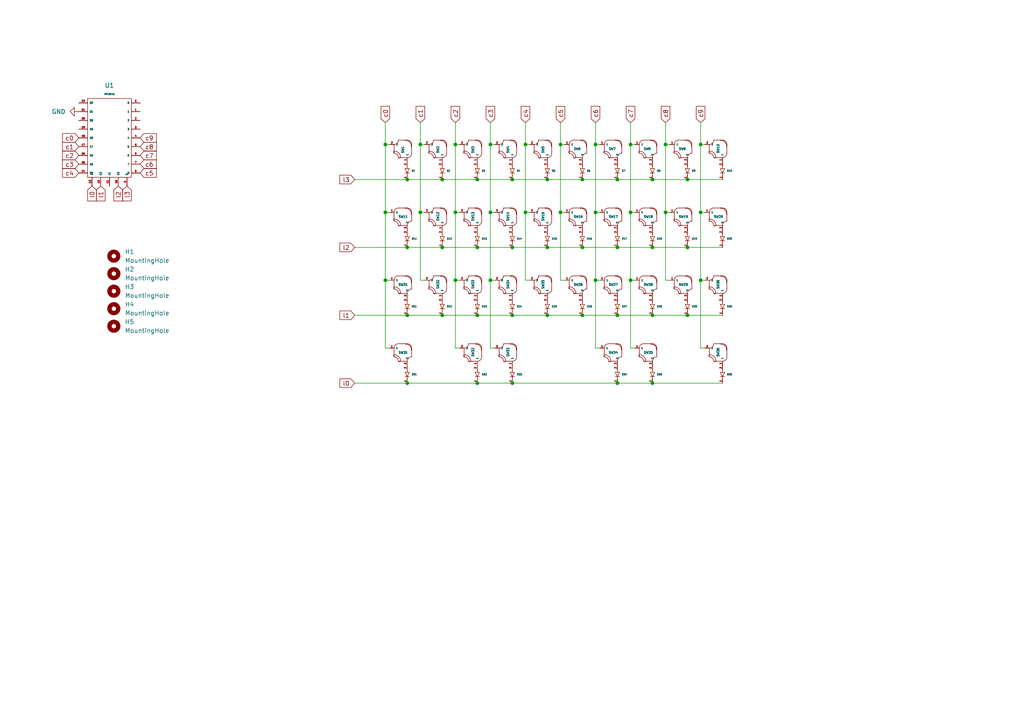
<source format=kicad_sch>
(kicad_sch (version 20250114) (generator "eeschema") (generator_version "9.0")
  (paper "A4")
  (lib_symbols
    (symbol "Mechanical:MountingHole" (pin_names (offset 1.016))
      (property "Reference" "H" (at 0 5.08 0))
      (property "Value" "MountingHole" (at 0 3.175 0))
      (symbol "MountingHole_0_1"
        (circle (center 0 0) (radius 1.27) (stroke (width 1.27)))
      )
    )
    (symbol "keyb:Diode"
      (property "Reference" "D" (at -0.635 -1.27 0))
      (symbol "Diode_0_1"
        (polyline (pts (xy -1.27 0) (xy -0.635 0)))
        (polyline (pts (xy -0.635 0.635) (xy -0.635 -0.635) (xy -0.635 0)))
        (polyline (pts (xy -0.635 0) (xy 0.635 0.635) (xy 0.635 -0.635) (xy -0.635 0)) (fill (type background)))
        (polyline (pts (xy 0.635 0) (xy 1.27 0)))
      )
      (symbol "Diode_1_1"
        (pin bidirectional line (at -2.54 0 0) (length 1.27) (name "") (number "1"))
        (pin bidirectional line (at 2.54 0 180) (length 1.27) (name "") (number "2"))
      )
    )
    (symbol "keyb:RP2040"
      (property "Reference" "U" (at 0 1.27 0))
      (property "Value" "RP2040" (at 0 -2.54 0))
      (symbol "RP2040_0_1"
        (rectangle (start -6.35 11.43) (end 6.35 -11.43))
      )
      (symbol "RP2040_1_1"
        (pin bidirectional line (at -8.89 10.16 0) (length 2.54) (name "22") (number "22"))
        (pin bidirectional line (at -8.89 7.62 0) (length 2.54) (name "21") (number "21"))
        (pin bidirectional line (at -8.89 5.08 0) (length 2.54) (name "20") (number "20"))
        (pin bidirectional line (at -8.89 2.54 0) (length 2.54) (name "19") (number "19"))
        (pin bidirectional line (at -8.89 0 0) (length 2.54) (name "18") (number "18"))
        (pin bidirectional line (at -8.89 -2.54 0) (length 2.54) (name "17") (number "17"))
        (pin bidirectional line (at -8.89 -5.08 0) (length 2.54) (name "16") (number "16"))
        (pin bidirectional line (at -8.89 -7.62 0) (length 2.54) (name "15") (number "15"))
        (pin bidirectional line (at -8.89 -10.16 0) (length 2.54) (name "14") (number "14"))
        (pin bidirectional line (at -5.08 -13.97 90) (length 2.54) (name "13") (number "13"))
        (pin bidirectional line (at -2.54 -13.97 90) (length 2.54) (name "12") (number "12"))
        (pin bidirectional line (at 0 -13.97 90) (length 2.54) (name "11") (number "11"))
        (pin bidirectional line (at 2.54 -13.97 90) (length 2.54) (name "10") (number "10"))
        (pin bidirectional line (at 5.08 -13.97 90) (length 2.54) (name "9") (number "9"))
        (pin bidirectional line (at 8.89 10.16 180) (length 2.54) (name "0") (number "0"))
        (pin bidirectional line (at 8.89 7.62 180) (length 2.54) (name "1") (number "1"))
        (pin bidirectional line (at 8.89 5.08 180) (length 2.54) (name "2") (number "2"))
        (pin bidirectional line (at 8.89 2.54 180) (length 2.54) (name "3") (number "3"))
        (pin bidirectional line (at 8.89 0 180) (length 2.54) (name "4") (number "4"))
        (pin bidirectional line (at 8.89 -2.54 180) (length 2.54) (name "5") (number "5"))
        (pin bidirectional line (at 8.89 -5.08 180) (length 2.54) (name "6") (number "6"))
        (pin bidirectional line (at 8.89 -7.62 180) (length 2.54) (name "7") (number "7"))
        (pin bidirectional line (at 8.89 -10.16 180) (length 2.54) (name "8") (number "8"))
      )
    )
    (symbol "keyb:key"
      (property "Reference" "SW" (at 0 0 0))
      (symbol "key_0_1"
        (arc (start -2.54 -0.635) (mid -1.1935 -1.1935) (end -0.635 -2.54))
        (arc (start -2.54 -1.27) (mid -1.642 -1.642) (end -1.27 -2.54))
        (polyline (pts (xy -2.54 -1.27) (xy -2.54 1.27)))
        (arc (start -2.54 -1.27) (mid -2.6715 -0.9525) (end -2.54 -0.635))
        (polyline (pts (xy -1.27 -2.54) (xy 1.27 -2.54)))
        (arc (start -2.54 1.27) (mid -2.168 2.168) (end -1.27 2.54))
        (arc (start -0.635 -2.54) (mid -0.9525 -2.6715) (end -1.27 -2.54))
        (arc (start 0.635 2.54) (mid 1.9821 1.982) (end 2.54 0.635))
        (arc (start 1.27 2.54) (mid 0.9525 2.4085) (end 0.635 2.54))
        (polyline (pts (xy 1.27 2.54) (xy -1.27 2.54)))
        (arc (start 1.27 2.54) (mid 2.168 2.168) (end 2.54 1.27))
        (polyline (pts (xy 2.54 -1.27) (xy 2.54 1.27)))
        (arc (start 1.27 -2.54) (mid 1.642 -1.642) (end 2.54 -1.27))
        (arc (start 2.54 0.635) (mid 2.4085 0.9525) (end 2.54 1.27))
      )
      (symbol "key_1_1"
        (pin bidirectional line (at -3.81 1.27 0) (length 1.27) (name "1") (number "1"))
        (pin bidirectional line (at 1.27 -3.81 90) (length 1.27) (name "2") (number "2"))
      )
    )
    (symbol "power:GND" (power) (pin_names (offset 0))
      (property "Value" "GND" (at 0 -3.81 0))
      (symbol "GND_0_1"
        (polyline (pts (xy 0 0) (xy 0 -1.27) (xy 1.27 -1.27) (xy 0 -2.54) (xy -1.27 -1.27) (xy 0 -1.27)))
      )
      (symbol "GND_1_1"
        (pin power_in line (at 0 0 270) (length 0) (hide yes) (name "GND") (number "1"))
      )
    )
  )
  (junction (at 128.27 71.755))
  (junction (at 111.76 81.28))
  (junction (at 162.56 61.595))
  (junction (at 203.2 61.595))
  (junction (at 193.04 61.595))
  (junction (at 138.43 111.125))
  (junction (at 111.76 61.595))
  (junction (at 182.88 41.91))
  (junction (at 168.91 52.07))
  (junction (at 121.92 61.595))
  (junction (at 179.07 52.07))
  (junction (at 128.27 52.07))
  (junction (at 168.91 71.755))
  (junction (at 148.59 52.07))
  (junction (at 199.39 71.755))
  (junction (at 179.07 111.125))
  (junction (at 148.59 71.755))
  (junction (at 132.08 81.28))
  (junction (at 158.75 71.755))
  (junction (at 162.56 41.91))
  (junction (at 142.24 61.595))
  (junction (at 168.91 91.44))
  (junction (at 132.08 61.595))
  (junction (at 189.23 52.07))
  (junction (at 152.4 61.595))
  (junction (at 203.2 81.28))
  (junction (at 118.11 91.44))
  (junction (at 118.11 52.07))
  (junction (at 121.92 41.91))
  (junction (at 142.24 41.91))
  (junction (at 138.43 71.755))
  (junction (at 138.43 91.44))
  (junction (at 132.08 41.91))
  (junction (at 148.59 111.125))
  (junction (at 172.72 81.28))
  (junction (at 189.23 91.44))
  (junction (at 182.88 61.595))
  (junction (at 111.76 41.91))
  (junction (at 158.75 52.07))
  (junction (at 118.11 71.755))
  (junction (at 142.24 81.28))
  (junction (at 172.72 41.91))
  (junction (at 182.88 81.28))
  (junction (at 189.23 71.755))
  (junction (at 203.2 41.91))
  (junction (at 179.07 71.755))
  (junction (at 189.23 111.125))
  (junction (at 118.11 111.125))
  (junction (at 152.4 41.91))
  (junction (at 128.27 91.44))
  (junction (at 148.59 91.44))
  (junction (at 179.07 91.44))
  (junction (at 138.43 52.07))
  (junction (at 158.75 91.44))
  (junction (at 172.72 61.595))
  (junction (at 199.39 91.44))
  (junction (at 199.39 52.07))
  (junction (at 193.04 41.91))
  (wire (pts (xy 121.92 41.91) (xy 121.92 61.595)))
  (wire (pts (xy 121.92 61.595) (xy 121.92 81.28)))
  (wire (pts (xy 118.11 111.125) (xy 138.43 111.125)))
  (wire (pts (xy 209.55 71.755) (xy 199.39 71.755)))
  (wire (pts (xy 193.04 61.595) (xy 194.31 61.595)))
  (wire (pts (xy 162.56 35.56) (xy 162.56 41.91)))
  (wire (pts (xy 142.24 61.595) (xy 143.51 61.595)))
  (wire (pts (xy 182.88 61.595) (xy 184.15 61.595)))
  (wire (pts (xy 179.07 91.44) (xy 189.23 91.44)))
  (wire (pts (xy 121.92 35.56) (xy 121.92 41.91)))
  (wire (pts (xy 121.92 41.91) (xy 123.19 41.91)))
  (wire (pts (xy 193.04 81.28) (xy 194.31 81.28)))
  (wire (pts (xy 168.91 71.755) (xy 158.75 71.755)))
  (wire (pts (xy 182.88 81.28) (xy 184.15 81.28)))
  (wire (pts (xy 193.04 61.595) (xy 193.04 81.28)))
  (wire (pts (xy 142.24 100.965) (xy 143.51 100.965)))
  (wire (pts (xy 189.23 52.07) (xy 199.39 52.07)))
  (wire (pts (xy 172.72 35.56) (xy 172.72 41.91)))
  (wire (pts (xy 162.56 81.28) (xy 163.83 81.28)))
  (wire (pts (xy 121.92 81.28) (xy 123.19 81.28)))
  (wire (pts (xy 182.88 41.91) (xy 184.15 41.91)))
  (wire (pts (xy 138.43 52.07) (xy 148.59 52.07)))
  (wire (pts (xy 172.72 61.595) (xy 172.72 81.28)))
  (wire (pts (xy 138.43 71.755) (xy 128.27 71.755)))
  (wire (pts (xy 199.39 71.755) (xy 189.23 71.755)))
  (wire (pts (xy 203.2 61.595) (xy 204.47 61.595)))
  (wire (pts (xy 118.11 91.44) (xy 102.87 91.44)))
  (wire (pts (xy 142.24 35.56) (xy 142.24 41.91)))
  (wire (pts (xy 158.75 52.07) (xy 168.91 52.07)))
  (wire (pts (xy 168.91 52.07) (xy 179.07 52.07)))
  (wire (pts (xy 182.88 41.91) (xy 182.88 61.595)))
  (wire (pts (xy 148.59 91.44) (xy 158.75 91.44)))
  (wire (pts (xy 152.4 35.56) (xy 152.4 41.91)))
  (wire (pts (xy 199.39 91.44) (xy 209.55 91.44)))
  (wire (pts (xy 189.23 71.755) (xy 179.07 71.755)))
  (wire (pts (xy 203.2 81.28) (xy 203.2 100.965)))
  (wire (pts (xy 193.04 41.91) (xy 193.04 61.595)))
  (wire (pts (xy 138.43 91.44) (xy 148.59 91.44)))
  (wire (pts (xy 189.23 111.125) (xy 209.55 111.125)))
  (wire (pts (xy 182.88 35.56) (xy 182.88 41.91)))
  (wire (pts (xy 172.72 61.595) (xy 173.99 61.595)))
  (wire (pts (xy 162.56 41.91) (xy 162.56 61.595)))
  (wire (pts (xy 111.76 41.91) (xy 113.03 41.91)))
  (wire (pts (xy 168.91 91.44) (xy 179.07 91.44)))
  (wire (pts (xy 118.11 52.07) (xy 128.27 52.07)))
  (wire (pts (xy 142.24 81.28) (xy 142.24 100.965)))
  (wire (pts (xy 172.72 100.965) (xy 173.99 100.965)))
  (wire (pts (xy 102.87 52.07) (xy 118.11 52.07)))
  (wire (pts (xy 172.72 81.28) (xy 172.72 100.965)))
  (wire (pts (xy 203.2 100.965) (xy 204.47 100.965)))
  (wire (pts (xy 148.59 111.125) (xy 179.07 111.125)))
  (wire (pts (xy 148.59 71.755) (xy 138.43 71.755)))
  (wire (pts (xy 111.76 81.28) (xy 111.76 100.965)))
  (wire (pts (xy 193.04 41.91) (xy 194.31 41.91)))
  (wire (pts (xy 132.08 81.28) (xy 132.08 100.965)))
  (wire (pts (xy 142.24 41.91) (xy 142.24 61.595)))
  (wire (pts (xy 132.08 61.595) (xy 132.08 81.28)))
  (wire (pts (xy 132.08 100.965) (xy 133.35 100.965)))
  (wire (pts (xy 128.27 71.755) (xy 118.11 71.755)))
  (wire (pts (xy 152.4 61.595) (xy 153.67 61.595)))
  (wire (pts (xy 111.76 61.595) (xy 113.03 61.595)))
  (wire (pts (xy 132.08 81.28) (xy 133.35 81.28)))
  (wire (pts (xy 111.76 35.56) (xy 111.76 41.91)))
  (wire (pts (xy 182.88 81.28) (xy 182.88 100.965)))
  (wire (pts (xy 179.07 52.07) (xy 189.23 52.07)))
  (wire (pts (xy 132.08 35.56) (xy 132.08 41.91)))
  (wire (pts (xy 132.08 61.595) (xy 133.35 61.595)))
  (wire (pts (xy 203.2 41.91) (xy 203.2 61.595)))
  (wire (pts (xy 102.87 111.125) (xy 118.11 111.125)))
  (wire (pts (xy 111.76 100.965) (xy 113.03 100.965)))
  (wire (pts (xy 172.72 41.91) (xy 172.72 61.595)))
  (wire (pts (xy 152.4 81.28) (xy 153.67 81.28)))
  (wire (pts (xy 128.27 52.07) (xy 138.43 52.07)))
  (wire (pts (xy 152.4 41.91) (xy 153.67 41.91)))
  (wire (pts (xy 203.2 81.28) (xy 204.47 81.28)))
  (wire (pts (xy 138.43 111.125) (xy 148.59 111.125)))
  (wire (pts (xy 199.39 52.07) (xy 209.55 52.07)))
  (wire (pts (xy 179.07 111.125) (xy 189.23 111.125)))
  (wire (pts (xy 118.11 71.755) (xy 102.87 71.755)))
  (wire (pts (xy 172.72 81.28) (xy 173.99 81.28)))
  (wire (pts (xy 172.72 41.91) (xy 173.99 41.91)))
  (wire (pts (xy 111.76 41.91) (xy 111.76 61.595)))
  (wire (pts (xy 152.4 41.91) (xy 152.4 61.595)))
  (wire (pts (xy 111.76 81.28) (xy 113.03 81.28)))
  (wire (pts (xy 193.04 35.56) (xy 193.04 41.91)))
  (wire (pts (xy 142.24 81.28) (xy 143.51 81.28)))
  (wire (pts (xy 162.56 41.91) (xy 163.83 41.91)))
  (wire (pts (xy 132.08 41.91) (xy 132.08 61.595)))
  (wire (pts (xy 142.24 61.595) (xy 142.24 81.28)))
  (wire (pts (xy 182.88 61.595) (xy 182.88 81.28)))
  (wire (pts (xy 203.2 41.91) (xy 204.47 41.91)))
  (wire (pts (xy 142.24 41.91) (xy 143.51 41.91)))
  (wire (pts (xy 128.27 91.44) (xy 138.43 91.44)))
  (wire (pts (xy 189.23 91.44) (xy 199.39 91.44)))
  (wire (pts (xy 128.27 91.44) (xy 118.11 91.44)))
  (wire (pts (xy 203.2 35.56) (xy 203.2 41.91)))
  (wire (pts (xy 158.75 71.755) (xy 148.59 71.755)))
  (wire (pts (xy 111.76 61.595) (xy 111.76 81.28)))
  (wire (pts (xy 152.4 61.595) (xy 152.4 81.28)))
  (wire (pts (xy 162.56 61.595) (xy 162.56 81.28)))
  (wire (pts (xy 179.07 71.755) (xy 168.91 71.755)))
  (wire (pts (xy 182.88 100.965) (xy 184.15 100.965)))
  (wire (pts (xy 158.75 91.44) (xy 168.91 91.44)))
  (wire (pts (xy 132.08 41.91) (xy 133.35 41.91)))
  (wire (pts (xy 162.56 61.595) (xy 163.83 61.595)))
  (wire (pts (xy 148.59 52.07) (xy 158.75 52.07)))
  (wire (pts (xy 203.2 61.595) (xy 203.2 81.28)))
  (wire (pts (xy 121.92 61.595) (xy 123.19 61.595)))
  (global_label "c3" (shape input) (at 22.86 47.625 180) (property "Intersheetrefs" "${INTERSHEET_REFS}" (effects (hide yes))) (property "Références Inter-Feuilles" "${INTERSHEET_REFS}" (effects (hide yes))))
  (global_label "c9" (shape input) (at 40.64 40.005 0) (property "Intersheetrefs" "${INTERSHEET_REFS}" (effects (hide yes))) (property "Références Inter-Feuilles" "${INTERSHEET_REFS}" (effects (hide yes))))
  (global_label "c3" (shape input) (at 142.24 35.56 90) (property "Intersheetrefs" "${INTERSHEET_REFS}" (effects (hide yes))) (property "Références Inter-Feuilles" "${INTERSHEET_REFS}" (effects (hide yes))))
  (global_label "c1" (shape input) (at 121.92 35.56 90) (property "Intersheetrefs" "${INTERSHEET_REFS}" (effects (hide yes))) (property "Références Inter-Feuilles" "${INTERSHEET_REFS}" (effects (hide yes))))
  (global_label "c2" (shape input) (at 132.08 35.56 90) (property "Intersheetrefs" "${INTERSHEET_REFS}" (effects (hide yes))) (property "Références Inter-Feuilles" "${INTERSHEET_REFS}" (effects (hide yes))))
  (global_label "c8" (shape input) (at 40.64 42.545 0) (property "Intersheetrefs" "${INTERSHEET_REFS}" (effects (hide yes))) (property "Références Inter-Feuilles" "${INTERSHEET_REFS}" (effects (hide yes))))
  (global_label "c4" (shape input) (at 22.86 50.165 180) (property "Intersheetrefs" "${INTERSHEET_REFS}" (effects (hide yes))) (property "Références Inter-Feuilles" "${INTERSHEET_REFS}" (effects (hide yes))))
  (global_label "c7" (shape input) (at 40.64 45.085 0) (property "Intersheetrefs" "${INTERSHEET_REFS}" (effects (hide yes))) (property "Références Inter-Feuilles" "${INTERSHEET_REFS}" (effects (hide yes))))
  (global_label "l2" (shape input) (at 102.87 71.755 180) (property "Intersheetrefs" "${INTERSHEET_REFS}" (effects (hide yes))) (property "Références Inter-Feuilles" "${INTERSHEET_REFS}" (effects (hide yes))))
  (global_label "c6" (shape input) (at 40.64 47.625 0) (property "Intersheetrefs" "${INTERSHEET_REFS}" (effects (hide yes))) (property "Références Inter-Feuilles" "${INTERSHEET_REFS}" (effects (hide yes))))
  (global_label "l0" (shape input) (at 26.67 53.975 270) (property "Intersheetrefs" "${INTERSHEET_REFS}" (effects (hide yes))) (property "Références Inter-Feuilles" "${INTERSHEET_REFS}" (effects (hide yes))))
  (global_label "c0" (shape input) (at 111.76 35.56 90) (property "Intersheetrefs" "${INTERSHEET_REFS}" (effects (hide yes))) (property "Références Inter-Feuilles" "${INTERSHEET_REFS}" (effects (hide yes))))
  (global_label "l1" (shape input) (at 29.21 53.975 270) (property "Intersheetrefs" "${INTERSHEET_REFS}" (effects (hide yes))) (property "Références Inter-Feuilles" "${INTERSHEET_REFS}" (effects (hide yes))))
  (global_label "c2" (shape input) (at 22.86 45.085 180) (property "Intersheetrefs" "${INTERSHEET_REFS}" (effects (hide yes))) (property "Références Inter-Feuilles" "${INTERSHEET_REFS}" (effects (hide yes))))
  (global_label "l1" (shape input) (at 102.87 91.44 180) (property "Intersheetrefs" "${INTERSHEET_REFS}" (effects (hide yes))) (property "Références Inter-Feuilles" "${INTERSHEET_REFS}" (effects (hide yes))))
  (global_label "l3" (shape input) (at 36.83 53.975 270) (property "Intersheetrefs" "${INTERSHEET_REFS}" (effects (hide yes))) (property "Références Inter-Feuilles" "${INTERSHEET_REFS}" (effects (hide yes))))
  (global_label "l0" (shape input) (at 102.87 111.125 180) (property "Intersheetrefs" "${INTERSHEET_REFS}" (effects (hide yes))) (property "Références Inter-Feuilles" "${INTERSHEET_REFS}" (effects (hide yes))))
  (global_label "c0" (shape input) (at 22.86 40.005 180) (property "Intersheetrefs" "${INTERSHEET_REFS}" (effects (hide yes))) (property "Références Inter-Feuilles" "${INTERSHEET_REFS}" (effects (hide yes))))
  (global_label "c8" (shape input) (at 193.04 35.56 90) (property "Intersheetrefs" "${INTERSHEET_REFS}" (effects (hide yes))) (property "Références Inter-Feuilles" "${INTERSHEET_REFS}" (effects (hide yes))))
  (global_label "c6" (shape input) (at 172.72 35.56 90) (property "Intersheetrefs" "${INTERSHEET_REFS}" (effects (hide yes))) (property "Références Inter-Feuilles" "${INTERSHEET_REFS}" (effects (hide yes))))
  (global_label "l3" (shape input) (at 102.87 52.07 180) (property "Intersheetrefs" "${INTERSHEET_REFS}" (effects (hide yes))) (property "Références Inter-Feuilles" "${INTERSHEET_REFS}" (effects (hide yes))))
  (global_label "l2" (shape input) (at 34.29 53.975 270) (property "Intersheetrefs" "${INTERSHEET_REFS}" (effects (hide yes))) (property "Références Inter-Feuilles" "${INTERSHEET_REFS}" (effects (hide yes))))
  (global_label "c5" (shape input) (at 162.56 35.56 90) (property "Intersheetrefs" "${INTERSHEET_REFS}" (effects (hide yes))) (property "Références Inter-Feuilles" "${INTERSHEET_REFS}" (effects (hide yes))))
  (global_label "c1" (shape input) (at 22.86 42.545 180) (property "Intersheetrefs" "${INTERSHEET_REFS}" (effects (hide yes))) (property "Références Inter-Feuilles" "${INTERSHEET_REFS}" (effects (hide yes))))
  (global_label "c4" (shape input) (at 152.4 35.56 90) (property "Intersheetrefs" "${INTERSHEET_REFS}" (effects (hide yes))) (property "Références Inter-Feuilles" "${INTERSHEET_REFS}" (effects (hide yes))))
  (global_label "c5" (shape input) (at 40.64 50.165 0) (property "Intersheetrefs" "${INTERSHEET_REFS}" (effects (hide yes))) (property "Références Inter-Feuilles" "${INTERSHEET_REFS}" (effects (hide yes))))
  (global_label "c7" (shape input) (at 182.88 35.56 90) (property "Intersheetrefs" "${INTERSHEET_REFS}" (effects (hide yes))) (property "Références Inter-Feuilles" "${INTERSHEET_REFS}" (effects (hide yes))))
  (global_label "c9" (shape input) (at 203.2 35.56 90) (property "Intersheetrefs" "${INTERSHEET_REFS}" (effects (hide yes))) (property "Références Inter-Feuilles" "${INTERSHEET_REFS}" (effects (hide yes))))
  (symbol (lib_id "Mechanical:MountingHole") (at 33.02 84.455 0) (unit 1)
    (property "Reference" "H3" (at 36.195 83.1849 0) (effects (justify left)))
    (property "Value" "MountingHole" (at 36.195 85.7249 0) (effects (justify left)))
    (property "Footprint" "MountingHole:MountingHole_2.2mm_M2" (effects (hide yes)))
  )
  (symbol (lib_id "keyb:Diode") (at 118.11 88.9 90) (unit 1)
    (property "Reference" "D21" (at 119.38 88.9 90) (effects (font (size 0.5 0.5)) (justify right)))
    (property "Value" "Diode" (effects (hide yes)))
    (property "Footprint" "keyb-footprints:Diode" (effects (hide yes)))
  )
  (symbol (lib_id "keyb:key") (at 147.32 43.18 270) (mirror x) (unit 1)
    (property "Reference" "SW4" (at 147.32 44.45 0) (effects (font (size 0.65 0.65)) (justify left)))
    (property "Value" "key" (effects (hide yes)))
    (property "Footprint" "Switch_Keyboard_Kailh:SW_Kailh_Choc_V1" (effects (hide yes)))
  )
  (symbol (lib_id "keyb:key") (at 147.32 62.865 270) (mirror x) (unit 1)
    (property "Reference" "SW14" (at 147.32 64.135 0) (effects (font (size 0.65 0.65)) (justify left)))
    (property "Value" "key" (effects (hide yes)))
    (property "Footprint" "Switch_Keyboard_Kailh:SW_Kailh_Choc_V1" (effects (hide yes)))
  )
  (symbol (lib_id "keyb:key") (at 198.12 62.865 0) (unit 1)
    (property "Reference" "SW19" (at 196.85 62.865 0) (effects (font (size 0.65 0.65)) (justify left)))
    (property "Value" "key" (effects (hide yes)))
    (property "Footprint" "Switch_Keyboard_Kailh:SW_Kailh_Choc_V1" (effects (hide yes)))
  )
  (symbol (lib_id "keyb:key") (at 147.32 82.55 270) (mirror x) (unit 1)
    (property "Reference" "SW24" (at 147.32 83.82 0) (effects (font (size 0.65 0.65)) (justify left)))
    (property "Value" "key" (effects (hide yes)))
    (property "Footprint" "Switch_Keyboard_Kailh:SW_Kailh_Choc_V1" (effects (hide yes)))
  )
  (symbol (lib_id "keyb:key") (at 137.16 43.18 270) (mirror x) (unit 1)
    (property "Reference" "SW3" (at 137.16 44.45 0) (effects (font (size 0.65 0.65)) (justify left)))
    (property "Value" "key" (effects (hide yes)))
    (property "Footprint" "Switch_Keyboard_Kailh:SW_Kailh_Choc_V1" (effects (hide yes)))
  )
  (symbol (lib_id "keyb:Diode") (at 148.59 108.585 90) (unit 1)
    (property "Reference" "D33" (at 149.86 108.585 90) (effects (font (size 0.5 0.5)) (justify right)))
    (property "Value" "Diode" (effects (hide yes)))
    (property "Footprint" "keyb-footprints:Diode" (effects (hide yes)))
  )
  (symbol (lib_id "keyb:key") (at 157.48 43.18 270) (mirror x) (unit 1)
    (property "Reference" "SW5" (at 157.48 44.45 0) (effects (font (size 0.65 0.65)) (justify left)))
    (property "Value" "key" (effects (hide yes)))
    (property "Footprint" "Switch_Keyboard_Kailh:SW_Kailh_Choc_V1" (effects (hide yes)))
  )
  (symbol (lib_id "Mechanical:MountingHole") (at 33.02 74.295 0) (unit 1)
    (property "Reference" "H1" (at 36.195 73.0249 0) (effects (justify left)))
    (property "Value" "MountingHole" (at 36.195 75.5649 0) (effects (justify left)))
    (property "Footprint" "MountingHole:MountingHole_2.2mm_M2" (effects (hide yes)))
  )
  (symbol (lib_id "keyb:key") (at 187.96 62.865 0) (unit 1)
    (property "Reference" "SW18" (at 186.69 62.865 0) (effects (font (size 0.65 0.65)) (justify left)))
    (property "Value" "key" (effects (hide yes)))
    (property "Footprint" "Switch_Keyboard_Kailh:SW_Kailh_Choc_V1" (effects (hide yes)))
  )
  (symbol (lib_id "keyb:Diode") (at 158.75 69.215 90) (unit 1)
    (property "Reference" "D15" (at 160.02 69.215 90) (effects (font (size 0.5 0.5)) (justify right)))
    (property "Value" "Diode" (effects (hide yes)))
    (property "Footprint" "keyb-footprints:Diode" (effects (hide yes)))
  )
  (symbol (lib_id "keyb:RP2040") (at 31.75 40.005 0) (unit 1)
    (property "Reference" "U1" (at 31.75 24.765 0))
    (property "Value" "RP2040" (at 31.75 27.305 0) (effects (font (size 0.5 0.5))))
    (property "Footprint" "keyb-footprints:RP2040" (effects (hide yes)))
  )
  (symbol (lib_id "Mechanical:MountingHole") (at 33.02 89.535 0) (unit 1)
    (property "Reference" "H4" (at 36.195 88.2649 0) (effects (justify left)))
    (property "Value" "MountingHole" (at 36.195 90.8049 0) (effects (justify left)))
    (property "Footprint" "MountingHole:MountingHole_2.2mm_M2" (effects (hide yes)))
  )
  (symbol (lib_id "keyb:key") (at 187.96 43.18 0) (unit 1)
    (property "Reference" "SW8" (at 186.69 43.18 0) (effects (font (size 0.65 0.65)) (justify left)))
    (property "Value" "key" (effects (hide yes)))
    (property "Footprint" "Switch_Keyboard_Kailh:SW_Kailh_Choc_V1" (effects (hide yes)))
  )
  (symbol (lib_id "keyb:Diode") (at 168.91 69.215 90) (unit 1)
    (property "Reference" "D16" (at 170.18 69.215 90) (effects (font (size 0.5 0.5)) (justify right)))
    (property "Value" "Diode" (effects (hide yes)))
    (property "Footprint" "keyb-footprints:Diode" (effects (hide yes)))
  )
  (symbol (lib_id "keyb:Diode") (at 179.07 49.53 90) (unit 1)
    (property "Reference" "D7" (at 180.34 49.53 90) (effects (font (size 0.5 0.5)) (justify right)))
    (property "Value" "Diode" (effects (hide yes)))
    (property "Footprint" "keyb-footprints:Diode" (effects (hide yes)))
  )
  (symbol (lib_id "keyb:Diode") (at 199.39 49.53 90) (unit 1)
    (property "Reference" "D9" (at 200.66 49.53 90) (effects (font (size 0.5 0.5)) (justify right)))
    (property "Value" "Diode" (effects (hide yes)))
    (property "Footprint" "keyb-footprints:Diode" (effects (hide yes)))
  )
  (symbol (lib_id "keyb:key") (at 116.84 62.865 0) (unit 1)
    (property "Reference" "SW11" (at 115.57 62.865 0) (effects (font (size 0.65 0.65)) (justify left)))
    (property "Value" "key" (effects (hide yes)))
    (property "Footprint" "Switch_Keyboard_Kailh:SW_Kailh_Choc_V1" (effects (hide yes)))
  )
  (symbol (lib_id "keyb:key") (at 127 82.55 270) (mirror x) (unit 1)
    (property "Reference" "SW22" (at 127 83.82 0) (effects (font (size 0.65 0.65)) (justify left)))
    (property "Value" "key" (effects (hide yes)))
    (property "Footprint" "Switch_Keyboard_Kailh:SW_Kailh_Choc_V1" (effects (hide yes)))
  )
  (symbol (lib_id "keyb:Diode") (at 138.43 88.9 90) (unit 1)
    (property "Reference" "D23" (at 139.7 88.9 90) (effects (font (size 0.5 0.5)) (justify right)))
    (property "Value" "Diode" (effects (hide yes)))
    (property "Footprint" "keyb-footprints:Diode" (effects (hide yes)))
  )
  (symbol (lib_id "keyb:Diode") (at 189.23 88.9 90) (unit 1)
    (property "Reference" "D28" (at 190.5 88.9 90) (effects (font (size 0.5 0.5)) (justify right)))
    (property "Value" "Diode" (effects (hide yes)))
    (property "Footprint" "keyb-footprints:Diode" (effects (hide yes)))
  )
  (symbol (lib_id "keyb:key") (at 157.48 82.55 270) (mirror x) (unit 1)
    (property "Reference" "SW25" (at 157.48 83.82 0) (effects (font (size 0.65 0.65)) (justify left)))
    (property "Value" "key" (effects (hide yes)))
    (property "Footprint" "Switch_Keyboard_Kailh:SW_Kailh_Choc_V1" (effects (hide yes)))
  )
  (symbol (lib_id "keyb:key") (at 167.64 62.865 0) (unit 1)
    (property "Reference" "SW16" (at 166.37 62.865 0) (effects (font (size 0.65 0.65)) (justify left)))
    (property "Value" "key" (effects (hide yes)))
    (property "Footprint" "Switch_Keyboard_Kailh:SW_Kailh_Choc_V1" (effects (hide yes)))
  )
  (symbol (lib_id "keyb:Diode") (at 199.39 88.9 90) (unit 1)
    (property "Reference" "D29" (at 200.66 88.9 90) (effects (font (size 0.5 0.5)) (justify right)))
    (property "Value" "Diode" (effects (hide yes)))
    (property "Footprint" "keyb-footprints:Diode" (effects (hide yes)))
  )
  (symbol (lib_id "keyb:key") (at 177.8 43.18 0) (unit 1)
    (property "Reference" "SW7" (at 176.53 43.18 0) (effects (font (size 0.65 0.65)) (justify left)))
    (property "Value" "key" (effects (hide yes)))
    (property "Footprint" "Switch_Keyboard_Kailh:SW_Kailh_Choc_V1" (effects (hide yes)))
  )
  (symbol (lib_id "keyb:key") (at 137.16 102.235 270) (mirror x) (unit 1)
    (property "Reference" "SW32" (at 137.16 103.505 0) (effects (font (size 0.65 0.65)) (justify left)))
    (property "Value" "key" (effects (hide yes)))
    (property "Footprint" "Switch_Keyboard_Kailh:SW_Kailh_Choc_V1" (effects (hide yes)))
  )
  (symbol (lib_id "keyb:Diode") (at 128.27 49.53 90) (unit 1)
    (property "Reference" "D2" (at 129.54 49.53 90) (effects (font (size 0.5 0.5)) (justify right)))
    (property "Value" "Diode" (effects (hide yes)))
    (property "Footprint" "keyb-footprints:Diode" (effects (hide yes)))
  )
  (symbol (lib_id "keyb:key") (at 116.84 43.18 270) (mirror x) (unit 1)
    (property "Reference" "SW1" (at 116.84 44.45 0) (effects (font (size 0.65 0.65)) (justify left)))
    (property "Value" "key" (effects (hide yes)))
    (property "Footprint" "Switch_Keyboard_Kailh:SW_Kailh_Choc_V1" (effects (hide yes)))
  )
  (symbol (lib_id "keyb:Diode") (at 138.43 49.53 90) (unit 1)
    (property "Reference" "D3" (at 139.7 49.53 90) (effects (font (size 0.5 0.5)) (justify right)))
    (property "Value" "Diode" (effects (hide yes)))
    (property "Footprint" "keyb-footprints:Diode" (effects (hide yes)))
  )
  (symbol (lib_id "keyb:key") (at 177.8 82.55 0) (unit 1)
    (property "Reference" "SW27" (at 176.53 82.55 0) (effects (font (size 0.65 0.65)) (justify left)))
    (property "Value" "key" (effects (hide yes)))
    (property "Footprint" "Switch_Keyboard_Kailh:SW_Kailh_Choc_V1" (effects (hide yes)))
  )
  (symbol (lib_id "keyb:Diode") (at 138.43 108.585 90) (unit 1)
    (property "Reference" "D32" (at 139.7 108.585 90) (effects (font (size 0.5 0.5)) (justify right)))
    (property "Value" "Diode" (effects (hide yes)))
    (property "Footprint" "keyb-footprints:Diode" (effects (hide yes)))
  )
  (symbol (lib_id "keyb:Diode") (at 158.75 49.53 90) (unit 1)
    (property "Reference" "D5" (at 160.02 49.53 90) (effects (font (size 0.5 0.5)) (justify right)))
    (property "Value" "Diode" (effects (hide yes)))
    (property "Footprint" "keyb-footprints:Diode" (effects (hide yes)))
  )
  (symbol (lib_id "keyb:Diode") (at 118.11 69.215 90) (unit 1)
    (property "Reference" "D11" (at 119.38 69.215 90) (effects (font (size 0.5 0.5)) (justify right)))
    (property "Value" "Diode" (effects (hide yes)))
    (property "Footprint" "keyb-footprints:Diode" (effects (hide yes)))
  )
  (symbol (lib_id "keyb:key") (at 116.84 102.235 0) (unit 1)
    (property "Reference" "SW31" (at 115.57 102.235 0) (effects (font (size 0.65 0.65)) (justify left)))
    (property "Value" "key" (effects (hide yes)))
    (property "Footprint" "Switch_Keyboard_Kailh:SW_Kailh_Choc_V1" (effects (hide yes)))
  )
  (symbol (lib_id "keyb:key") (at 116.84 82.55 0) (unit 1)
    (property "Reference" "SW21" (at 115.57 82.55 0) (effects (font (size 0.65 0.65)) (justify left)))
    (property "Value" "key" (effects (hide yes)))
    (property "Footprint" "Switch_Keyboard_Kailh:SW_Kailh_Choc_V1" (effects (hide yes)))
  )
  (symbol (lib_id "keyb:key") (at 208.28 62.865 0) (unit 1)
    (property "Reference" "SW20" (at 207.01 62.865 0) (effects (font (size 0.65 0.65)) (justify left)))
    (property "Value" "key" (effects (hide yes)))
    (property "Footprint" "Switch_Keyboard_Kailh:SW_Kailh_Choc_V1" (effects (hide yes)))
  )
  (symbol (lib_id "power:GND") (at 22.86 32.385 270) (unit 1)
    (property "Reference" "#PWR02" (effects (hide yes)))
    (property "Value" "GND" (at 19.05 32.3849 90) (effects (justify right)))
  )
  (symbol (lib_id "keyb:Diode") (at 209.55 69.215 90) (unit 1)
    (property "Reference" "D20" (at 210.82 69.215 90) (effects (font (size 0.5 0.5)) (justify right)))
    (property "Value" "Diode" (effects (hide yes)))
    (property "Footprint" "keyb-footprints:Diode" (effects (hide yes)))
  )
  (symbol (lib_id "keyb:key") (at 137.16 82.55 270) (mirror x) (unit 1)
    (property "Reference" "SW23" (at 137.16 83.82 0) (effects (font (size 0.65 0.65)) (justify left)))
    (property "Value" "key" (effects (hide yes)))
    (property "Footprint" "Switch_Keyboard_Kailh:SW_Kailh_Choc_V1" (effects (hide yes)))
  )
  (symbol (lib_id "keyb:Diode") (at 148.59 49.53 90) (unit 1)
    (property "Reference" "D4" (at 149.86 49.53 90) (effects (font (size 0.5 0.5)) (justify right)))
    (property "Value" "Diode" (effects (hide yes)))
    (property "Footprint" "keyb-footprints:Diode" (effects (hide yes)))
  )
  (symbol (lib_id "keyb:key") (at 187.96 102.235 0) (unit 1)
    (property "Reference" "SW35" (at 186.69 102.235 0) (effects (font (size 0.65 0.65)) (justify left)))
    (property "Value" "key" (effects (hide yes)))
    (property "Footprint" "Switch_Keyboard_Kailh:SW_Kailh_Choc_V1" (effects (hide yes)))
  )
  (symbol (lib_id "keyb:Diode") (at 209.55 49.53 90) (unit 1)
    (property "Reference" "D10" (at 210.82 49.53 90) (effects (font (size 0.5 0.5)) (justify right)))
    (property "Value" "Diode" (effects (hide yes)))
    (property "Footprint" "keyb-footprints:Diode" (effects (hide yes)))
  )
  (symbol (lib_id "keyb:Diode") (at 138.43 69.215 90) (unit 1)
    (property "Reference" "D13" (at 139.7 69.215 90) (effects (font (size 0.5 0.5)) (justify right)))
    (property "Value" "Diode" (effects (hide yes)))
    (property "Footprint" "keyb-footprints:Diode" (effects (hide yes)))
  )
  (symbol (lib_id "keyb:Diode") (at 168.91 88.9 90) (unit 1)
    (property "Reference" "D26" (at 170.18 88.9 90) (effects (font (size 0.5 0.5)) (justify right)))
    (property "Value" "Diode" (effects (hide yes)))
    (property "Footprint" "keyb-footprints:Diode" (effects (hide yes)))
  )
  (symbol (lib_id "keyb:Diode") (at 118.11 108.585 90) (unit 1)
    (property "Reference" "D31" (at 119.38 108.585 90) (effects (font (size 0.5 0.5)) (justify right)))
    (property "Value" "Diode" (effects (hide yes)))
    (property "Footprint" "keyb-footprints:Diode" (effects (hide yes)))
  )
  (symbol (lib_id "keyb:Diode") (at 179.07 88.9 90) (unit 1)
    (property "Reference" "D27" (at 180.34 88.9 90) (effects (font (size 0.5 0.5)) (justify right)))
    (property "Value" "Diode" (effects (hide yes)))
    (property "Footprint" "keyb-footprints:Diode" (effects (hide yes)))
  )
  (symbol (lib_id "keyb:key") (at 167.64 43.18 0) (unit 1)
    (property "Reference" "SW6" (at 166.37 43.18 0) (effects (font (size 0.65 0.65)) (justify left)))
    (property "Value" "key" (effects (hide yes)))
    (property "Footprint" "Switch_Keyboard_Kailh:SW_Kailh_Choc_V1" (effects (hide yes)))
  )
  (symbol (lib_id "keyb:Diode") (at 189.23 108.585 90) (unit 1)
    (property "Reference" "D35" (at 190.5 108.585 90) (effects (font (size 0.5 0.5)) (justify right)))
    (property "Value" "Diode" (effects (hide yes)))
    (property "Footprint" "keyb-footprints:Diode" (effects (hide yes)))
  )
  (symbol (lib_id "keyb:Diode") (at 179.07 108.585 90) (unit 1)
    (property "Reference" "D34" (at 180.34 108.585 90) (effects (font (size 0.5 0.5)) (justify right)))
    (property "Value" "Diode" (effects (hide yes)))
    (property "Footprint" "keyb-footprints:Diode" (effects (hide yes)))
  )
  (symbol (lib_id "keyb:key") (at 157.48 62.865 270) (mirror x) (unit 1)
    (property "Reference" "SW15" (at 157.48 64.135 0) (effects (font (size 0.65 0.65)) (justify left)))
    (property "Value" "key" (effects (hide yes)))
    (property "Footprint" "Switch_Keyboard_Kailh:SW_Kailh_Choc_V1" (effects (hide yes)))
  )
  (symbol (lib_id "keyb:Diode") (at 179.07 69.215 90) (unit 1)
    (property "Reference" "D17" (at 180.34 69.215 90) (effects (font (size 0.5 0.5)) (justify right)))
    (property "Value" "Diode" (effects (hide yes)))
    (property "Footprint" "keyb-footprints:Diode" (effects (hide yes)))
  )
  (symbol (lib_id "keyb:Diode") (at 209.55 88.9 90) (unit 1)
    (property "Reference" "D30" (at 210.82 88.9 90) (effects (font (size 0.5 0.5)) (justify right)))
    (property "Value" "Diode" (effects (hide yes)))
    (property "Footprint" "keyb-footprints:Diode" (effects (hide yes)))
  )
  (symbol (lib_id "keyb:key") (at 127 43.18 270) (mirror x) (unit 1)
    (property "Reference" "SW2" (at 127 44.45 0) (effects (font (size 0.65 0.65)) (justify left)))
    (property "Value" "key" (effects (hide yes)))
    (property "Footprint" "Switch_Keyboard_Kailh:SW_Kailh_Choc_V1" (effects (hide yes)))
  )
  (symbol (lib_id "keyb:key") (at 187.96 82.55 0) (unit 1)
    (property "Reference" "SW28" (at 186.69 82.55 0) (effects (font (size 0.65 0.65)) (justify left)))
    (property "Value" "key" (effects (hide yes)))
    (property "Footprint" "Switch_Keyboard_Kailh:SW_Kailh_Choc_V1" (effects (hide yes)))
  )
  (symbol (lib_id "keyb:Diode") (at 189.23 69.215 90) (unit 1)
    (property "Reference" "D18" (at 190.5 69.215 90) (effects (font (size 0.5 0.5)) (justify right)))
    (property "Value" "Diode" (effects (hide yes)))
    (property "Footprint" "keyb-footprints:Diode" (effects (hide yes)))
  )
  (symbol (lib_id "keyb:key") (at 208.28 43.18 270) (mirror x) (unit 1)
    (property "Reference" "SW10" (at 208.28 44.45 0) (effects (font (size 0.65 0.65)) (justify left)))
    (property "Value" "key" (effects (hide yes)))
    (property "Footprint" "Switch_Keyboard_Kailh:SW_Kailh_Choc_V1" (effects (hide yes)))
  )
  (symbol (lib_id "keyb:Diode") (at 118.11 49.53 90) (unit 1)
    (property "Reference" "D1" (at 119.38 49.53 90) (effects (font (size 0.5 0.5)) (justify right)))
    (property "Value" "Diode" (effects (hide yes)))
    (property "Footprint" "keyb-footprints:Diode" (effects (hide yes)))
  )
  (symbol (lib_id "Mechanical:MountingHole") (at 33.02 79.375 0) (unit 1)
    (property "Reference" "H2" (at 36.195 78.1049 0) (effects (justify left)))
    (property "Value" "MountingHole" (at 36.195 80.6449 0) (effects (justify left)))
    (property "Footprint" "MountingHole:MountingHole_2.2mm_M2" (effects (hide yes)))
  )
  (symbol (lib_id "keyb:key") (at 198.12 82.55 0) (unit 1)
    (property "Reference" "SW29" (at 196.85 82.55 0) (effects (font (size 0.65 0.65)) (justify left)))
    (property "Value" "key" (effects (hide yes)))
    (property "Footprint" "Switch_Keyboard_Kailh:SW_Kailh_Choc_V1" (effects (hide yes)))
  )
  (symbol (lib_id "keyb:Diode") (at 189.23 49.53 90) (unit 1)
    (property "Reference" "D8" (at 190.5 49.53 90) (effects (font (size 0.5 0.5)) (justify right)))
    (property "Value" "Diode" (effects (hide yes)))
    (property "Footprint" "keyb-footprints:Diode" (effects (hide yes)))
  )
  (symbol (lib_id "keyb:Diode") (at 158.75 88.9 90) (unit 1)
    (property "Reference" "D25" (at 160.02 88.9 90) (effects (font (size 0.5 0.5)) (justify right)))
    (property "Value" "Diode" (effects (hide yes)))
    (property "Footprint" "keyb-footprints:Diode" (effects (hide yes)))
  )
  (symbol (lib_id "keyb:key") (at 137.16 62.865 270) (mirror x) (unit 1)
    (property "Reference" "SW13" (at 137.16 64.135 0) (effects (font (size 0.65 0.65)) (justify left)))
    (property "Value" "key" (effects (hide yes)))
    (property "Footprint" "Switch_Keyboard_Kailh:SW_Kailh_Choc_V1" (effects (hide yes)))
  )
  (symbol (lib_id "Mechanical:MountingHole") (at 33.02 94.615 0) (unit 1)
    (property "Reference" "H5" (at 36.195 93.3449 0) (effects (justify left)))
    (property "Value" "MountingHole" (at 36.195 95.8849 0) (effects (justify left)))
    (property "Footprint" "MountingHole:MountingHole_2.2mm_M2" (effects (hide yes)))
  )
  (symbol (lib_id "keyb:Diode") (at 209.55 108.585 90) (unit 1)
    (property "Reference" "D36" (at 210.82 108.585 90) (effects (font (size 0.5 0.5)) (justify right)))
    (property "Value" "Diode" (effects (hide yes)))
    (property "Footprint" "keyb-footprints:Diode" (effects (hide yes)))
  )
  (symbol (lib_id "keyb:key") (at 208.28 102.235 270) (mirror x) (unit 1)
    (property "Reference" "SW36" (at 208.28 103.505 0) (effects (font (size 0.65 0.65)) (justify left)))
    (property "Value" "key" (effects (hide yes)))
    (property "Footprint" "Switch_Keyboard_Kailh:SW_Kailh_Choc_V1" (effects (hide yes)))
  )
  (symbol (lib_id "keyb:Diode") (at 168.91 49.53 90) (unit 1)
    (property "Reference" "D6" (at 170.18 49.53 90) (effects (font (size 0.5 0.5)) (justify right)))
    (property "Value" "Diode" (effects (hide yes)))
    (property "Footprint" "keyb-footprints:Diode" (effects (hide yes)))
  )
  (symbol (lib_id "keyb:key") (at 177.8 62.865 0) (unit 1)
    (property "Reference" "SW17" (at 176.53 62.865 0) (effects (font (size 0.65 0.65)) (justify left)))
    (property "Value" "key" (effects (hide yes)))
    (property "Footprint" "Switch_Keyboard_Kailh:SW_Kailh_Choc_V1" (effects (hide yes)))
  )
  (symbol (lib_id "keyb:key") (at 177.8 102.235 0) (unit 1)
    (property "Reference" "SW34" (at 176.53 102.235 0) (effects (font (size 0.65 0.65)) (justify left)))
    (property "Value" "key" (effects (hide yes)))
    (property "Footprint" "Switch_Keyboard_Kailh:SW_Kailh_Choc_V1" (effects (hide yes)))
  )
  (symbol (lib_id "keyb:key") (at 147.32 102.235 270) (mirror x) (unit 1)
    (property "Reference" "SW33" (at 147.32 103.505 0) (effects (font (size 0.65 0.65)) (justify left)))
    (property "Value" "key" (effects (hide yes)))
    (property "Footprint" "Switch_Keyboard_Kailh:SW_Kailh_Choc_V1" (effects (hide yes)))
  )
  (symbol (lib_id "keyb:Diode") (at 148.59 69.215 90) (unit 1)
    (property "Reference" "D14" (at 149.86 69.215 90) (effects (font (size 0.5 0.5)) (justify right)))
    (property "Value" "Diode" (effects (hide yes)))
    (property "Footprint" "keyb-footprints:Diode" (effects (hide yes)))
  )
  (symbol (lib_id "keyb:key") (at 167.64 82.55 0) (unit 1)
    (property "Reference" "SW26" (at 166.37 82.55 0) (effects (font (size 0.65 0.65)) (justify left)))
    (property "Value" "key" (effects (hide yes)))
    (property "Footprint" "Switch_Keyboard_Kailh:SW_Kailh_Choc_V1" (effects (hide yes)))
  )
  (symbol (lib_id "keyb:key") (at 208.28 82.55 270) (mirror x) (unit 1)
    (property "Reference" "SW30" (at 208.28 83.82 0) (effects (font (size 0.65 0.65)) (justify left)))
    (property "Value" "key" (effects (hide yes)))
    (property "Footprint" "Switch_Keyboard_Kailh:SW_Kailh_Choc_V1" (effects (hide yes)))
  )
  (symbol (lib_id "keyb:Diode") (at 128.27 88.9 90) (unit 1)
    (property "Reference" "D22" (at 129.54 88.9 90) (effects (font (size 0.5 0.5)) (justify right)))
    (property "Value" "Diode" (effects (hide yes)))
    (property "Footprint" "keyb-footprints:Diode" (effects (hide yes)))
  )
  (symbol (lib_id "keyb:Diode") (at 148.59 88.9 90) (unit 1)
    (property "Reference" "D24" (at 149.86 88.9 90) (effects (font (size 0.5 0.5)) (justify right)))
    (property "Value" "Diode" (effects (hide yes)))
    (property "Footprint" "keyb-footprints:Diode" (effects (hide yes)))
  )
  (symbol (lib_id "keyb:key") (at 127 62.865 270) (mirror x) (unit 1)
    (property "Reference" "SW12" (at 127 64.135 0) (effects (font (size 0.65 0.65)) (justify left)))
    (property "Value" "key" (effects (hide yes)))
    (property "Footprint" "Switch_Keyboard_Kailh:SW_Kailh_Choc_V1" (effects (hide yes)))
  )
  (symbol (lib_id "keyb:key") (at 198.12 43.18 0) (unit 1)
    (property "Reference" "SW9" (at 196.85 43.18 0) (effects (font (size 0.65 0.65)) (justify left)))
    (property "Value" "key" (effects (hide yes)))
    (property "Footprint" "Switch_Keyboard_Kailh:SW_Kailh_Choc_V1" (effects (hide yes)))
  )
  (symbol (lib_id "keyb:Diode") (at 199.39 69.215 90) (unit 1)
    (property "Reference" "D19" (at 200.66 69.215 90) (effects (font (size 0.5 0.5)) (justify right)))
    (property "Value" "Diode" (effects (hide yes)))
    (property "Footprint" "keyb-footprints:Diode" (effects (hide yes)))
  )
  (symbol (lib_id "keyb:Diode") (at 128.27 69.215 90) (unit 1)
    (property "Reference" "D12" (at 129.54 69.215 90) (effects (font (size 0.5 0.5)) (justify right)))
    (property "Value" "Diode" (effects (hide yes)))
    (property "Footprint" "keyb-footprints:Diode" (effects (hide yes)))
  )
)
</source>
